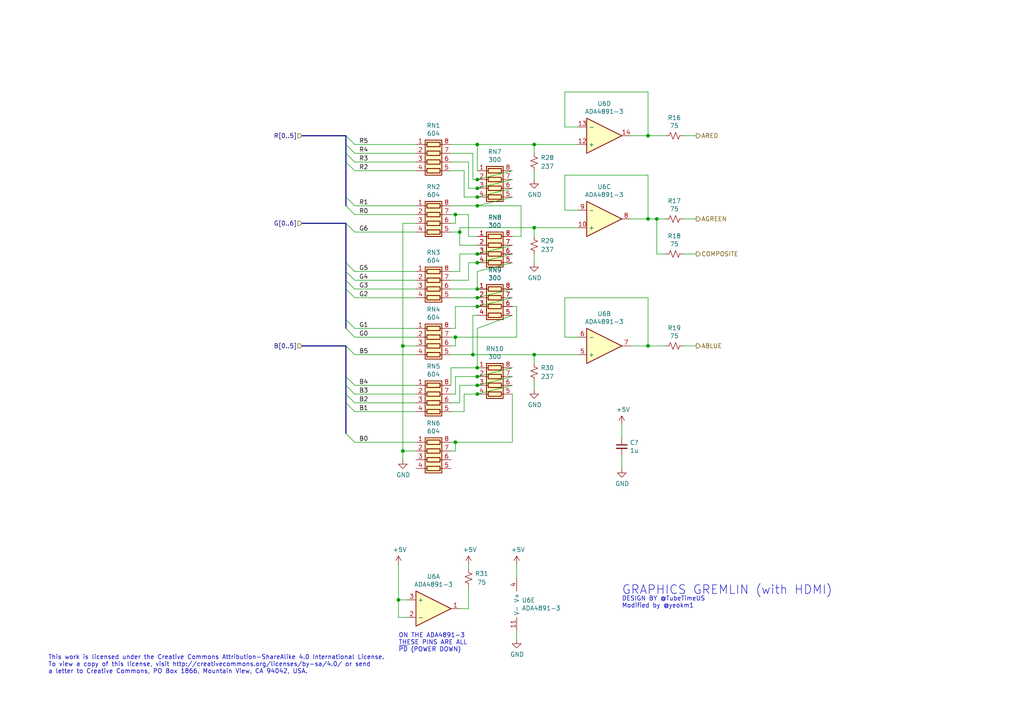
<source format=kicad_sch>
(kicad_sch (version 20230121) (generator eeschema)
  (paper "A4")
  (title_block (title "Resistor Ladder DAC and Output Buffer") (date "2023-09-17") (rev "2.2"))
  (lib_symbols
    (symbol "Device:C_Small" (pin_numbers hide) (pin_names (offset 0.254) hide)
      (property "Reference" "C" (at 0.254 1.778 0))
      (property "Value" "C_Small" (at 0.254 -2.032 0))
      (symbol "C_Small_0_1"
        (polyline (pts (xy -1.524 -0.508) (xy 1.524 -0.508)) (stroke (width 0.3302)))
        (polyline (pts (xy -1.524 0.508) (xy 1.524 0.508)) (stroke (width 0.3048)))
      )
      (symbol "C_Small_1_1"
        (pin passive line (at 0 2.54 270) (length 2.032) (name "~") (number "1"))
        (pin passive line (at 0 -2.54 90) (length 2.032) (name "~") (number "2"))
      )
    )
    (symbol "Device:R_Pack04" (pin_names (offset 0) hide)
      (property "Reference" "RN" (at -7.62 0 90))
      (property "Value" "R_Pack04" (at 5.08 0 90))
      (symbol "R_Pack04_0_1"
        (rectangle (start -6.35 -2.413) (end 3.81 2.413) (stroke (width 0.254)) (fill (type background)))
        (rectangle (start -5.715 1.905) (end -4.445 -1.905) (stroke (width 0.254)))
        (rectangle (start -3.175 1.905) (end -1.905 -1.905) (stroke (width 0.254)))
        (rectangle (start -0.635 1.905) (end 0.635 -1.905) (stroke (width 0.254)))
        (polyline (pts (xy -5.08 -2.54) (xy -5.08 -1.905)))
        (polyline (pts (xy -5.08 1.905) (xy -5.08 2.54)))
        (polyline (pts (xy -2.54 -2.54) (xy -2.54 -1.905)))
        (polyline (pts (xy -2.54 1.905) (xy -2.54 2.54)))
        (polyline (pts (xy 0 -2.54) (xy 0 -1.905)))
        (polyline (pts (xy 0 1.905) (xy 0 2.54)))
        (polyline (pts (xy 2.54 -2.54) (xy 2.54 -1.905)))
        (polyline (pts (xy 2.54 1.905) (xy 2.54 2.54)))
        (rectangle (start 1.905 1.905) (end 3.175 -1.905) (stroke (width 0.254)))
      )
      (symbol "R_Pack04_1_1"
        (pin passive line (at -5.08 -5.08 90) (length 2.54) (name "R1.1") (number "1"))
        (pin passive line (at -2.54 -5.08 90) (length 2.54) (name "R2.1") (number "2"))
        (pin passive line (at 0 -5.08 90) (length 2.54) (name "R3.1") (number "3"))
        (pin passive line (at 2.54 -5.08 90) (length 2.54) (name "R4.1") (number "4"))
        (pin passive line (at 2.54 5.08 270) (length 2.54) (name "R4.2") (number "5"))
        (pin passive line (at 0 5.08 270) (length 2.54) (name "R3.2") (number "6"))
        (pin passive line (at -2.54 5.08 270) (length 2.54) (name "R2.2") (number "7"))
        (pin passive line (at -5.08 5.08 270) (length 2.54) (name "R1.2") (number "8"))
      )
    )
    (symbol "Device:R_Small_US" (pin_numbers hide) (pin_names (offset 0.254) hide)
      (property "Reference" "R" (at 0.762 0.508 0))
      (property "Value" "R_Small_US" (at 0.762 -1.016 0))
      (symbol "R_Small_US_1_1"
        (polyline (pts (xy 0 0) (xy 1.016 -0.381) (xy 0 -0.762) (xy -1.016 -1.143) (xy 0 -1.524)))
        (polyline (pts (xy 0 1.524) (xy 1.016 1.143) (xy 0 0.762) (xy -1.016 0.381) (xy 0 0)))
        (pin passive line (at 0 2.54 270) (length 1.016) (name "~") (number "1"))
        (pin passive line (at 0 -2.54 90) (length 1.016) (name "~") (number "2"))
      )
    )
    (symbol "isavideo-rescue:Opamp_Quad_Generic-Device"
      (property "Reference" "U" (at 0 5.08 0))
      (property "Value" "Device_Opamp_Quad_Generic" (at 0 -5.08 0))
      (symbol "Opamp_Quad_Generic-Device_1_1"
        (polyline (pts (xy -5.08 5.08) (xy 5.08 0) (xy -5.08 -5.08) (xy -5.08 5.08)) (stroke (width 0.254)) (fill (type background)))
        (pin output line (at 7.62 0 180) (length 2.54) (name "~") (number "1"))
        (pin input line (at -7.62 -2.54 0) (length 2.54) (name "-") (number "2"))
        (pin input line (at -7.62 2.54 0) (length 2.54) (name "+") (number "3"))
      )
      (symbol "Opamp_Quad_Generic-Device_2_1"
        (polyline (pts (xy -5.08 5.08) (xy 5.08 0) (xy -5.08 -5.08) (xy -5.08 5.08)) (stroke (width 0.254)) (fill (type background)))
        (pin input line (at -7.62 2.54 0) (length 2.54) (name "+") (number "5"))
        (pin input line (at -7.62 -2.54 0) (length 2.54) (name "-") (number "6"))
        (pin output line (at 7.62 0 180) (length 2.54) (name "~") (number "7"))
      )
      (symbol "Opamp_Quad_Generic-Device_3_1"
        (polyline (pts (xy -5.08 5.08) (xy 5.08 0) (xy -5.08 -5.08) (xy -5.08 5.08)) (stroke (width 0.254)) (fill (type background)))
        (pin input line (at -7.62 2.54 0) (length 2.54) (name "+") (number "10"))
        (pin output line (at 7.62 0 180) (length 2.54) (name "~") (number "8"))
        (pin input line (at -7.62 -2.54 0) (length 2.54) (name "-") (number "9"))
      )
      (symbol "Opamp_Quad_Generic-Device_4_1"
        (polyline (pts (xy -5.08 5.08) (xy 5.08 0) (xy -5.08 -5.08) (xy -5.08 5.08)) (stroke (width 0.254)) (fill (type background)))
        (pin input line (at -7.62 2.54 0) (length 2.54) (name "+") (number "12"))
        (pin input line (at -7.62 -2.54 0) (length 2.54) (name "-") (number "13"))
        (pin output line (at 7.62 0 180) (length 2.54) (name "~") (number "14"))
      )
      (symbol "Opamp_Quad_Generic-Device_5_1"
        (pin power_in line (at -2.54 -7.62 90) (length 3.81) (name "V-") (number "11"))
        (pin power_in line (at -2.54 7.62 270) (length 3.81) (name "V+") (number "4"))
      )
    )
    (symbol "power:+5V" (power) (pin_names (offset 0))
      (property "Value" "+5V" (at 0 3.556 0))
      (symbol "+5V_0_1"
        (polyline (pts (xy -0.762 1.27) (xy 0 2.54)))
        (polyline (pts (xy 0 0) (xy 0 2.54)))
        (polyline (pts (xy 0 2.54) (xy 0.762 1.27)))
      )
      (symbol "+5V_1_1"
        (pin power_in line (at 0 0 90) (length 0) hide (name "+5V") (number "1"))
      )
    )
    (symbol "power:GND" (power) (pin_names (offset 0))
      (property "Value" "GND" (at 0 -3.81 0))
      (symbol "GND_0_1"
        (polyline (pts (xy 0 0) (xy 0 -1.27) (xy 1.27 -1.27) (xy 0 -2.54) (xy -1.27 -1.27) (xy 0 -1.27)))
      )
      (symbol "GND_1_1"
        (pin power_in line (at 0 0 270) (length 0) hide (name "GND") (number "1"))
      )
    )
  )
  (junction (at 116.84 130.81))
  (junction (at 187.96 63.5))
  (junction (at 138.43 114.3))
  (junction (at 138.43 86.36))
  (junction (at 138.43 109.22))
  (junction (at 138.43 73.66))
  (junction (at 138.43 76.2))
  (junction (at 138.43 111.76))
  (junction (at 190.5 63.5))
  (junction (at 137.16 102.87))
  (junction (at 138.43 59.69))
  (junction (at 187.96 39.37))
  (junction (at 154.94 41.91))
  (junction (at 132.08 97.79))
  (junction (at 154.94 66.04))
  (junction (at 138.43 52.07))
  (junction (at 138.43 88.9))
  (junction (at 154.94 102.87))
  (junction (at 187.96 100.33))
  (junction (at 138.43 106.68))
  (junction (at 133.35 67.31))
  (junction (at 138.43 57.15))
  (junction (at 132.08 62.23))
  (junction (at 132.08 128.27))
  (junction (at 138.43 54.61))
  (junction (at 116.84 100.33))
  (junction (at 138.43 83.82))
  (junction (at 138.43 41.91))
  (junction (at 115.57 173.99))
  (bus_entry (at 100.33 59.69) (size 2.54 2.54))
  (bus_entry (at 100.33 44.45) (size 2.54 2.54))
  (bus_entry (at 100.33 41.91) (size 2.54 2.54))
  (bus_entry (at 100.33 125.73) (size 2.54 2.54))
  (bus_entry (at 100.33 64.77) (size 2.54 2.54))
  (bus_entry (at 100.33 81.28) (size 2.54 2.54))
  (bus_entry (at 100.33 76.2) (size 2.54 2.54))
  (bus_entry (at 100.33 116.84) (size 2.54 2.54))
  (bus_entry (at 100.33 83.82) (size 2.54 2.54))
  (bus_entry (at 100.33 78.74) (size 2.54 2.54))
  (bus_entry (at 100.33 57.15) (size 2.54 2.54))
  (bus_entry (at 100.33 39.37) (size 2.54 2.54))
  (bus_entry (at 100.33 100.33) (size 2.54 2.54))
  (bus_entry (at 100.33 114.3) (size 2.54 2.54))
  (bus_entry (at 100.33 111.76) (size 2.54 2.54))
  (bus_entry (at 100.33 46.99) (size 2.54 2.54))
  (bus_entry (at 100.33 109.22) (size 2.54 2.54))
  (bus_entry (at 100.33 95.25) (size 2.54 2.54))
  (bus_entry (at 100.33 92.71) (size 2.54 2.54))
  (wire (pts (xy 120.65 64.77) (xy 116.84 64.77)))
  (wire (pts (xy 138.43 78.74) (xy 138.43 83.82)))
  (bus (pts (xy 100.33 116.84) (xy 100.33 125.73)))
  (wire (pts (xy 137.16 102.87) (xy 154.94 102.87)))
  (bus (pts (xy 100.33 39.37) (xy 87.63 39.37)))
  (wire (pts (xy 120.65 128.27) (xy 102.87 128.27)))
  (wire (pts (xy 130.81 62.23) (xy 132.08 62.23)))
  (bus (pts (xy 100.33 114.3) (xy 100.33 116.84)))
  (wire (pts (xy 187.96 50.8) (xy 187.96 63.5)))
  (wire (pts (xy 149.86 182.88) (xy 149.86 185.42)))
  (bus (pts (xy 100.33 76.2) (xy 100.33 78.74)))
  (wire (pts (xy 187.96 100.33) (xy 182.88 100.33)))
  (wire (pts (xy 163.83 97.79) (xy 163.83 86.36)))
  (wire (pts (xy 135.89 76.2) (xy 135.89 81.28)))
  (wire (pts (xy 120.65 97.79) (xy 102.87 97.79)))
  (bus (pts (xy 100.33 81.28) (xy 100.33 83.82)))
  (wire (pts (xy 148.59 109.22) (xy 138.43 111.76)))
  (wire (pts (xy 138.43 52.07) (xy 148.59 49.53)))
  (wire (pts (xy 154.94 66.04) (xy 167.64 66.04)))
  (wire (pts (xy 138.43 114.3) (xy 134.62 114.3)))
  (wire (pts (xy 148.59 83.82) (xy 138.43 86.36)))
  (wire (pts (xy 134.62 114.3) (xy 134.62 119.38)))
  (wire (pts (xy 138.43 106.68) (xy 130.81 106.68)))
  (wire (pts (xy 130.81 59.69) (xy 138.43 59.69)))
  (wire (pts (xy 138.43 59.69) (xy 151.13 59.69)))
  (wire (pts (xy 137.16 52.07) (xy 137.16 44.45)))
  (bus (pts (xy 100.33 83.82) (xy 100.33 92.71)))
  (wire (pts (xy 190.5 73.66) (xy 193.04 73.66)))
  (wire (pts (xy 148.59 106.68) (xy 138.43 109.22)))
  (wire (pts (xy 120.65 83.82) (xy 102.87 83.82)))
  (wire (pts (xy 167.64 97.79) (xy 163.83 97.79)))
  (wire (pts (xy 154.94 44.45) (xy 154.94 41.91)))
  (wire (pts (xy 132.08 97.79) (xy 149.86 97.79)))
  (bus (pts (xy 100.33 57.15) (xy 100.33 59.69)))
  (wire (pts (xy 148.59 128.27) (xy 132.08 128.27)))
  (wire (pts (xy 151.13 68.58) (xy 148.59 68.58)))
  (wire (pts (xy 149.86 88.9) (xy 148.59 88.9)))
  (wire (pts (xy 148.59 54.61) (xy 138.43 57.15)))
  (wire (pts (xy 132.08 114.3) (xy 132.08 109.22)))
  (wire (pts (xy 135.89 62.23) (xy 135.89 68.58)))
  (wire (pts (xy 118.11 173.99) (xy 115.57 173.99)))
  (wire (pts (xy 154.94 52.07) (xy 154.94 49.53)))
  (wire (pts (xy 130.81 102.87) (xy 137.16 102.87)))
  (wire (pts (xy 187.96 86.36) (xy 187.96 100.33)))
  (wire (pts (xy 120.65 95.25) (xy 102.87 95.25)))
  (bus (pts (xy 100.33 39.37) (xy 100.33 41.91)))
  (wire (pts (xy 180.34 123.19) (xy 180.34 127)))
  (wire (pts (xy 132.08 64.77) (xy 132.08 62.23)))
  (wire (pts (xy 133.35 78.74) (xy 133.35 73.66)))
  (wire (pts (xy 135.89 68.58) (xy 138.43 68.58)))
  (wire (pts (xy 120.65 41.91) (xy 102.87 41.91)))
  (wire (pts (xy 116.84 130.81) (xy 116.84 133.35)))
  (wire (pts (xy 130.81 41.91) (xy 138.43 41.91)))
  (wire (pts (xy 187.96 39.37) (xy 182.88 39.37)))
  (wire (pts (xy 148.59 76.2) (xy 138.43 78.74)))
  (wire (pts (xy 163.83 50.8) (xy 187.96 50.8)))
  (wire (pts (xy 134.62 49.53) (xy 130.81 49.53)))
  (wire (pts (xy 133.35 66.04) (xy 154.94 66.04)))
  (bus (pts (xy 100.33 64.77) (xy 100.33 76.2)))
  (wire (pts (xy 148.59 57.15) (xy 138.43 59.69)))
  (wire (pts (xy 120.65 116.84) (xy 102.87 116.84)))
  (wire (pts (xy 149.86 97.79) (xy 149.86 88.9)))
  (wire (pts (xy 163.83 86.36) (xy 187.96 86.36)))
  (wire (pts (xy 135.89 170.18) (xy 135.89 176.53)))
  (wire (pts (xy 148.59 71.12) (xy 138.43 73.66)))
  (wire (pts (xy 133.35 116.84) (xy 130.81 116.84)))
  (wire (pts (xy 132.08 128.27) (xy 132.08 130.81)))
  (wire (pts (xy 138.43 111.76) (xy 133.35 111.76)))
  (wire (pts (xy 154.94 76.2) (xy 154.94 73.66)))
  (wire (pts (xy 135.89 54.61) (xy 138.43 54.61)))
  (wire (pts (xy 193.04 63.5) (xy 190.5 63.5)))
  (wire (pts (xy 151.13 59.69) (xy 151.13 68.58)))
  (wire (pts (xy 130.81 64.77) (xy 132.08 64.77)))
  (wire (pts (xy 198.12 73.66) (xy 201.93 73.66)))
  (wire (pts (xy 167.64 60.96) (xy 163.83 60.96)))
  (wire (pts (xy 102.87 114.3) (xy 120.65 114.3)))
  (wire (pts (xy 167.64 36.83) (xy 163.83 36.83)))
  (wire (pts (xy 135.89 81.28) (xy 130.81 81.28)))
  (wire (pts (xy 130.81 106.68) (xy 130.81 111.76)))
  (wire (pts (xy 132.08 109.22) (xy 138.43 109.22)))
  (wire (pts (xy 163.83 60.96) (xy 163.83 50.8)))
  (wire (pts (xy 154.94 105.41) (xy 154.94 102.87)))
  (wire (pts (xy 138.43 52.07) (xy 137.16 52.07)))
  (wire (pts (xy 130.81 86.36) (xy 138.43 86.36)))
  (wire (pts (xy 133.35 67.31) (xy 133.35 66.04)))
  (wire (pts (xy 134.62 57.15) (xy 134.62 49.53)))
  (bus (pts (xy 100.33 111.76) (xy 100.33 114.3)))
  (wire (pts (xy 201.93 100.33) (xy 198.12 100.33)))
  (wire (pts (xy 154.94 102.87) (xy 167.64 102.87)))
  (wire (pts (xy 134.62 57.15) (xy 138.43 57.15)))
  (wire (pts (xy 135.89 165.1) (xy 135.89 163.83)))
  (wire (pts (xy 148.59 86.36) (xy 138.43 88.9)))
  (wire (pts (xy 120.65 102.87) (xy 102.87 102.87)))
  (wire (pts (xy 130.81 83.82) (xy 138.43 83.82)))
  (wire (pts (xy 102.87 49.53) (xy 120.65 49.53)))
  (wire (pts (xy 102.87 86.36) (xy 120.65 86.36)))
  (bus (pts (xy 100.33 64.77) (xy 87.63 64.77)))
  (wire (pts (xy 120.65 78.74) (xy 102.87 78.74)))
  (wire (pts (xy 135.89 46.99) (xy 130.81 46.99)))
  (wire (pts (xy 135.89 176.53) (xy 133.35 176.53)))
  (wire (pts (xy 149.86 163.83) (xy 149.86 167.64)))
  (wire (pts (xy 138.43 41.91) (xy 154.94 41.91)))
  (wire (pts (xy 133.35 73.66) (xy 138.43 73.66)))
  (wire (pts (xy 115.57 173.99) (xy 115.57 163.83)))
  (wire (pts (xy 130.81 78.74) (xy 133.35 78.74)))
  (wire (pts (xy 130.81 67.31) (xy 133.35 67.31)))
  (wire (pts (xy 133.35 111.76) (xy 133.35 116.84)))
  (wire (pts (xy 132.08 62.23) (xy 135.89 62.23)))
  (wire (pts (xy 116.84 64.77) (xy 116.84 100.33)))
  (wire (pts (xy 187.96 63.5) (xy 182.88 63.5)))
  (bus (pts (xy 100.33 44.45) (xy 100.33 46.99)))
  (wire (pts (xy 138.43 76.2) (xy 135.89 76.2)))
  (wire (pts (xy 133.35 71.12) (xy 138.43 71.12)))
  (wire (pts (xy 120.65 100.33) (xy 116.84 100.33)))
  (wire (pts (xy 187.96 26.67) (xy 187.96 39.37)))
  (bus (pts (xy 100.33 100.33) (xy 100.33 109.22)))
  (bus (pts (xy 100.33 46.99) (xy 100.33 57.15)))
  (wire (pts (xy 137.16 102.87) (xy 137.16 91.44)))
  (wire (pts (xy 132.08 130.81) (xy 130.81 130.81)))
  (wire (pts (xy 134.62 119.38) (xy 130.81 119.38)))
  (wire (pts (xy 148.59 111.76) (xy 138.43 114.3)))
  (wire (pts (xy 201.93 39.37) (xy 198.12 39.37)))
  (wire (pts (xy 120.65 59.69) (xy 102.87 59.69)))
  (bus (pts (xy 100.33 92.71) (xy 100.33 95.25)))
  (wire (pts (xy 198.12 63.5) (xy 201.93 63.5)))
  (wire (pts (xy 138.43 54.61) (xy 148.59 52.07)))
  (wire (pts (xy 148.59 91.44) (xy 138.43 95.25)))
  (wire (pts (xy 138.43 88.9) (xy 132.08 88.9)))
  (wire (pts (xy 120.65 46.99) (xy 102.87 46.99)))
  (wire (pts (xy 102.87 44.45) (xy 120.65 44.45)))
  (wire (pts (xy 135.89 46.99) (xy 135.89 54.61)))
  (wire (pts (xy 130.81 44.45) (xy 137.16 44.45)))
  (wire (pts (xy 120.65 111.76) (xy 102.87 111.76)))
  (wire (pts (xy 132.08 128.27) (xy 130.81 128.27)))
  (wire (pts (xy 132.08 97.79) (xy 132.08 100.33)))
  (wire (pts (xy 130.81 95.25) (xy 132.08 95.25)))
  (bus (pts (xy 100.33 41.91) (xy 100.33 44.45)))
  (wire (pts (xy 148.59 73.66) (xy 138.43 76.2)))
  (wire (pts (xy 193.04 39.37) (xy 187.96 39.37)))
  (wire (pts (xy 118.11 179.07) (xy 115.57 179.07)))
  (bus (pts (xy 100.33 100.33) (xy 87.63 100.33)))
  (wire (pts (xy 102.87 81.28) (xy 120.65 81.28)))
  (wire (pts (xy 138.43 41.91) (xy 138.43 49.53)))
  (bus (pts (xy 100.33 109.22) (xy 100.33 111.76)))
  (wire (pts (xy 148.59 114.3) (xy 148.59 128.27)))
  (wire (pts (xy 137.16 91.44) (xy 138.43 91.44)))
  (wire (pts (xy 133.35 67.31) (xy 133.35 71.12)))
  (bus (pts (xy 100.33 78.74) (xy 100.33 81.28)))
  (wire (pts (xy 154.94 113.03) (xy 154.94 110.49)))
  (wire (pts (xy 193.04 100.33) (xy 187.96 100.33)))
  (wire (pts (xy 132.08 88.9) (xy 132.08 95.25)))
  (wire (pts (xy 115.57 173.99) (xy 115.57 179.07)))
  (wire (pts (xy 154.94 41.91) (xy 167.64 41.91)))
  (wire (pts (xy 154.94 68.58) (xy 154.94 66.04)))
  (wire (pts (xy 102.87 119.38) (xy 120.65 119.38)))
  (wire (pts (xy 130.81 97.79) (xy 132.08 97.79)))
  (wire (pts (xy 132.08 100.33) (xy 130.81 100.33)))
  (wire (pts (xy 120.65 67.31) (xy 102.87 67.31)))
  (wire (pts (xy 163.83 36.83) (xy 163.83 26.67)))
  (wire (pts (xy 190.5 63.5) (xy 190.5 73.66)))
  (wire (pts (xy 180.34 132.08) (xy 180.34 135.89)))
  (wire (pts (xy 138.43 95.25) (xy 138.43 106.68)))
  (wire (pts (xy 130.81 114.3) (xy 132.08 114.3)))
  (wire (pts (xy 116.84 100.33) (xy 116.84 130.81)))
  (wire (pts (xy 120.65 130.81) (xy 116.84 130.81)))
  (wire (pts (xy 102.87 62.23) (xy 120.65 62.23)))
  (wire (pts (xy 163.83 26.67) (xy 187.96 26.67)))
  (wire (pts (xy 190.5 63.5) (xy 187.96 63.5)))
  (text "GRAPHICS GREMLIN (with HDMI)" (at 180.34 172.72 0) (effects (font (size 2.54 2.54)) (justify left bottom)))
  (text "DESIGN BY @TubeTimeUS\nModified by @yeokm1" (at 180.34 176.53 0) (effects (font (size 1.27 1.27)) (justify left bottom)))
  (text "ON THE ADA4891-3\nTHESE PINS ARE ALL\n~{PD} (POWER DOWN)" (at 115.57 189.23 0) (effects (font (size 1.27 1.27)) (justify left bottom)))
  (text "This work is licensed under the Creative Commons Attribution-ShareAlike 4.0 International License. \nTo view a copy of this license, visit http://creativecommons.org/licenses/by-sa/4.0/ or send\na letter to Creative Commons, PO Box 1866, Mountain View, CA 94042, USA." (at 13.97 195.58 0) (effects (font (size 1.27 1.27)) (justify left bottom)))
  (label "G4" (at 104.14 81.28 0))
  (label "G5" (at 104.14 78.74 0))
  (label "R3" (at 104.14 46.99 0))
  (label "R1" (at 104.14 59.69 0))
  (label "R4" (at 104.14 44.45 0))
  (label "B2" (at 104.14 116.84 0))
  (label "B0" (at 104.14 128.27 0))
  (label "G0" (at 104.14 97.79 0))
  (label "G6" (at 104.14 67.31 0))
  (label "B1" (at 104.14 119.38 0))
  (label "G1" (at 104.14 95.25 0))
  (label "B3" (at 104.14 114.3 0))
  (label "B5" (at 104.14 102.87 0))
  (label "G3" (at 104.14 83.82 0))
  (label "R2" (at 104.14 49.53 0))
  (label "B4" (at 104.14 111.76 0))
  (label "G2" (at 104.14 86.36 0))
  (label "R5" (at 104.14 41.91 0))
  (label "R0" (at 104.14 62.23 0))
  (hierarchical_label "ARED" (shape output) (at 201.93 39.37 0))
  (hierarchical_label "ABLUE" (shape output) (at 201.93 100.33 0))
  (hierarchical_label "COMPOSITE" (shape output) (at 201.93 73.66 0))
  (hierarchical_label "R[0..5]" (shape input) (at 87.63 39.37 180))
  (hierarchical_label "G[0..6]" (shape input) (at 87.63 64.77 180))
  (hierarchical_label "AGREEN" (shape output) (at 201.93 63.5 0))
  (hierarchical_label "B[0..5]" (shape input) (at 87.63 100.33 180))
  (symbol (lib_id "isavideo-rescue:Opamp_Quad_Generic-Device") (at 125.73 176.53 0) (unit 1)
    (property "Reference" "U6" (at 125.73 167.2082 0))
    (property "Value" "ADA4891-3" (at 125.73 169.5196 0))
    (property "Footprint" "Active:SOP127P620X175-14" (effects hide))
    (property "Mouser" "584-ADA4891-3ARZ" (effects hide))
    (instances (project "isavideo" (path "" (reference "U6") (unit 1)) (path "" (reference "U?") (unit 1))))
  )
  (symbol (lib_id "isavideo-rescue:Opamp_Quad_Generic-Device") (at 175.26 100.33 0) (mirror x) (unit 2)
    (property "Reference" "U6" (at 175.26 91.0082 0))
    (property "Value" "ADA4891-3" (at 175.26 93.3196 0))
    (property "Footprint" "Active:SOP127P620X175-14" (effects hide))
    (property "Mouser" "584-ADA4891-3ARZ" (effects hide))
    (instances (project "isavideo" (path "" (reference "U6") (unit 2)) (path "" (reference "U?") (unit 2))))
  )
  (symbol (lib_id "isavideo-rescue:Opamp_Quad_Generic-Device") (at 175.26 63.5 0) (mirror x) (unit 3)
    (property "Reference" "U6" (at 175.26 54.1782 0))
    (property "Value" "ADA4891-3" (at 175.26 56.4896 0))
    (property "Footprint" "Active:SOP127P620X175-14" (effects hide))
    (property "Mouser" "584-ADA4891-3ARZ" (effects hide))
    (instances (project "isavideo" (path "" (reference "U6") (unit 3)) (path "" (reference "U?") (unit 3))))
  )
  (symbol (lib_id "isavideo-rescue:Opamp_Quad_Generic-Device") (at 175.26 39.37 0) (mirror x) (unit 4)
    (property "Reference" "U6" (at 175.26 30.0482 0))
    (property "Value" "ADA4891-3" (at 175.26 32.3596 0))
    (property "Footprint" "Active:SOP127P620X175-14" (effects hide))
    (property "Mouser" "584-ADA4891-3ARZ" (effects hide))
    (instances (project "isavideo" (path "" (reference "U6") (unit 4)) (path "" (reference "U?") (unit 4))))
  )
  (symbol (lib_id "isavideo-rescue:Opamp_Quad_Generic-Device") (at 152.4 175.26 0) (unit 5)
    (property "Reference" "U6" (at 151.3332 174.0916 0) (effects (justify left)))
    (property "Value" "ADA4891-3" (at 151.3332 176.403 0) (effects (justify left)))
    (property "Footprint" "Active:SOP127P620X175-14" (effects hide))
    (property "Mouser" "584-ADA4891-3ARZ" (effects hide))
    (instances (project "isavideo" (path "" (reference "U6") (unit 5)) (path "" (reference "U?") (unit 5))))
  )
  (symbol (lib_id "Device:R_Pack04") (at 125.73 46.99 270) (unit 1)
    (property "Reference" "RN1" (at 125.73 36.3982 90))
    (property "Value" "604" (at 125.73 38.7096 90))
    (property "Footprint" "Passive:RESCAV80P320X160X70-8" (effects hide))
    (property "Mouser" "652-CAY16-6040F4LF" (effects hide))
    (instances (project "isavideo" (path "" (reference "RN1") (unit 1)) (path "" (reference "RN?") (unit 1))))
  )
  (symbol (lib_id "power:GND") (at 149.86 185.42 0) (unit 1)
    (property "Reference" "#PWR041" (effects hide))
    (property "Value" "GND" (at 149.987 189.8142 0))
  )
  (symbol (lib_id "power:+5V") (at 149.86 163.83 0) (unit 1)
    (property "Reference" "#PWR040" (effects hide))
    (property "Value" "+5V" (at 150.241 159.4358 0))
  )
  (symbol (lib_id "Device:R_Pack04") (at 125.73 64.77 270) (unit 1)
    (property "Reference" "RN2" (at 125.73 54.1782 90))
    (property "Value" "604" (at 125.73 56.4896 90))
    (property "Footprint" "Passive:RESCAV80P320X160X70-8" (effects hide))
    (property "Mouser" "652-CAY16-6040F4LF" (effects hide))
    (instances (project "isavideo" (path "" (reference "RN2") (unit 1)) (path "" (reference "RN?") (unit 1))))
  )
  (symbol (lib_id "Device:R_Pack04") (at 143.51 54.61 270) (unit 1)
    (property "Reference" "RN7" (at 143.51 44.0182 90))
    (property "Value" "300" (at 143.51 46.3296 90))
    (property "Footprint" "Passive:RESCAV80P320X160X70-8" (effects hide))
    (property "Mouser" "652-CAY16-3000F4LF" (effects hide))
    (instances (project "isavideo" (path "" (reference "RN7") (unit 1)) (path "" (reference "RN?") (unit 1))))
  )
  (symbol (lib_id "Device:R_Pack04") (at 143.51 73.66 270) (unit 1)
    (property "Reference" "RN8" (at 143.51 63.0682 90))
    (property "Value" "300" (at 143.51 65.3796 90))
    (property "Footprint" "Passive:RESCAV80P320X160X70-8" (effects hide))
    (property "Mouser" "652-CAY16-3000F4LF" (effects hide))
    (instances (project "isavideo" (path "" (reference "RN8") (unit 1)) (path "" (reference "RN?") (unit 1))))
  )
  (symbol (lib_id "power:GND") (at 116.84 133.35 0) (unit 1)
    (property "Reference" "#PWR038" (effects hide))
    (property "Value" "GND" (at 116.967 137.7442 0))
  )
  (symbol (lib_id "Device:R_Pack04") (at 143.51 88.9 270) (unit 1)
    (property "Reference" "RN9" (at 143.51 78.3082 90))
    (property "Value" "300" (at 143.51 80.6196 90))
    (property "Footprint" "Passive:RESCAV80P320X160X70-8" (effects hide))
    (property "Mouser" "652-CAY16-3000F4LF" (effects hide))
    (instances (project "isavideo" (path "" (reference "RN9") (unit 1)) (path "" (reference "RN?") (unit 1))))
  )
  (symbol (lib_id "Device:R_Pack04") (at 125.73 83.82 270) (unit 1)
    (property "Reference" "RN3" (at 125.73 73.2282 90))
    (property "Value" "604" (at 125.73 75.5396 90))
    (property "Footprint" "Passive:RESCAV80P320X160X70-8" (effects hide))
    (property "Mouser" "652-CAY16-6040F4LF" (effects hide))
    (instances (project "isavideo" (path "" (reference "RN3") (unit 1)) (path "" (reference "RN?") (unit 1))))
  )
  (symbol (lib_id "Device:R_Pack04") (at 125.73 100.33 270) (unit 1)
    (property "Reference" "RN4" (at 125.73 89.7382 90))
    (property "Value" "604" (at 125.73 92.0496 90))
    (property "Footprint" "Passive:RESCAV80P320X160X70-8" (effects hide))
    (property "Mouser" "652-CAY16-6040F4LF" (effects hide))
    (instances (project "isavideo" (path "" (reference "RN4") (unit 1)) (path "" (reference "RN?") (unit 1))))
  )
  (symbol (lib_id "Device:R_Pack04") (at 143.51 111.76 270) (unit 1)
    (property "Reference" "RN10" (at 143.51 101.1682 90))
    (property "Value" "300" (at 143.51 103.4796 90))
    (property "Footprint" "Passive:RESCAV80P320X160X70-8" (effects hide))
    (property "Mouser" "652-CAY16-3000F4LF" (effects hide))
    (instances (project "isavideo" (path "" (reference "RN10") (unit 1)) (path "" (reference "RN?") (unit 1))))
  )
  (symbol (lib_id "Device:R_Pack04") (at 125.73 116.84 270) (unit 1)
    (property "Reference" "RN5" (at 125.73 106.2482 90))
    (property "Value" "604" (at 125.73 108.5596 90))
    (property "Footprint" "Passive:RESCAV80P320X160X70-8" (effects hide))
    (property "Mouser" "652-CAY16-6040F4LF" (effects hide))
    (instances (project "isavideo" (path "" (reference "RN5") (unit 1)) (path "" (reference "RN?") (unit 1))))
  )
  (symbol (lib_id "Device:R_Pack04") (at 125.73 133.35 270) (unit 1)
    (property "Reference" "RN6" (at 125.73 122.7582 90))
    (property "Value" "604" (at 125.73 125.0696 90))
    (property "Footprint" "Passive:RESCAV80P320X160X70-8" (effects hide))
    (property "Mouser" "652-CAY16-6040F4LF" (effects hide))
    (instances (project "isavideo" (path "" (reference "RN6") (unit 1)) (path "" (reference "RN?") (unit 1))))
  )
  (symbol (lib_id "Device:R_Small_US") (at 195.58 39.37 270) (unit 1)
    (property "Reference" "R16" (at 195.58 34.163 90))
    (property "Value" "75" (at 195.58 36.4744 90))
    (property "Footprint" "Passive:RESC1608X55" (effects hide))
    (property "Mouser" "603-RC0603FR-0775RL" (effects hide))
  )
  (symbol (lib_id "Device:R_Small_US") (at 195.58 63.5 270) (unit 1)
    (property "Reference" "R17" (at 195.58 58.293 90))
    (property "Value" "75" (at 195.58 60.6044 90))
    (property "Footprint" "Passive:RESC1608X55" (effects hide))
    (property "Mouser" "603-RC0603FR-0775RL" (effects hide))
  )
  (symbol (lib_id "Device:R_Small_US") (at 195.58 100.33 270) (unit 1)
    (property "Reference" "R19" (at 195.58 95.123 90))
    (property "Value" "75" (at 195.58 97.4344 90))
    (property "Footprint" "Passive:RESC1608X55" (effects hide))
    (property "Mouser" "603-RC0603FR-0775RL" (effects hide))
  )
  (symbol (lib_id "Device:R_Small_US") (at 195.58 73.66 270) (unit 1)
    (property "Reference" "R18" (at 195.58 68.453 90))
    (property "Value" "75" (at 195.58 70.7644 90))
    (property "Footprint" "Passive:RESC1608X55" (effects hide))
    (property "Mouser" "603-RC0603FR-0775RL" (effects hide))
  )
  (symbol (lib_id "Device:R_Small_US") (at 154.94 46.99 180) (unit 1)
    (property "Reference" "R28" (at 158.75 45.72 0))
    (property "Value" "237" (at 158.75 48.26 0))
    (property "Footprint" "Passive:RESC1608X55" (effects hide))
    (property "Mouser" "603-RC0603FR-07237RL" (effects hide))
  )
  (symbol (lib_id "power:GND") (at 154.94 52.07 0) (unit 1)
    (property "Reference" "#PWR080" (effects hide))
    (property "Value" "GND" (at 155.067 56.4642 0))
  )
  (symbol (lib_id "Device:R_Small_US") (at 154.94 71.12 180) (unit 1)
    (property "Reference" "R29" (at 158.75 69.85 0))
    (property "Value" "237" (at 158.75 72.39 0))
    (property "Footprint" "Passive:RESC1608X55" (effects hide))
    (property "Mouser" "603-RC0603FR-07237RL" (effects hide))
  )
  (symbol (lib_id "power:GND") (at 154.94 76.2 0) (unit 1)
    (property "Reference" "#PWR081" (effects hide))
    (property "Value" "GND" (at 155.067 80.5942 0))
  )
  (symbol (lib_id "Device:R_Small_US") (at 154.94 107.95 180) (unit 1)
    (property "Reference" "R30" (at 158.75 106.68 0))
    (property "Value" "237" (at 158.75 109.22 0))
    (property "Footprint" "Passive:RESC1608X55" (effects hide))
    (property "Mouser" "603-RC0603FR-07237RL" (effects hide))
  )
  (symbol (lib_id "power:GND") (at 154.94 113.03 0) (unit 1)
    (property "Reference" "#PWR082" (effects hide))
    (property "Value" "GND" (at 155.067 117.4242 0))
  )
  (symbol (lib_id "Device:C_Small") (at 180.34 129.54 0) (unit 1)
    (property "Reference" "C?" (at 182.6768 128.3716 0) (effects (justify left)))
    (property "Value" "1u" (at 182.6768 130.683 0) (effects (justify left)))
    (property "Footprint" "Capacitor_SMD:C_0603_1608Metric" (effects hide))
    (property "Mouser" "810-CGA3E1X7R1C105AC" (effects hide))
    (instances (project "isavideo" (path "" (reference "C?") (unit 1)) (path "" (reference "C?") (unit 1)) (path "" (reference "C27") (unit 1))))
  )
  (symbol (lib_id "power:GND") (at 180.34 135.89 0) (unit 1)
    (property "Reference" "#PWR?" (effects hide))
    (property "Value" "GND" (at 180.467 140.2842 0))
    (instances (project "isavideo" (path "" (reference "#PWR?") (unit 1)) (path "" (reference "#PWR?") (unit 1)) (path "" (reference "#PWR073") (unit 1))))
  )
  (symbol (lib_id "power:+5V") (at 180.34 123.19 0) (unit 1)
    (property "Reference" "#PWR072" (effects hide))
    (property "Value" "+5V" (at 180.721 118.7958 0))
  )
  (symbol (lib_id "power:+5V") (at 115.57 163.83 0) (unit 1)
    (property "Reference" "#PWR039" (effects hide))
    (property "Value" "+5V" (at 115.951 159.4358 0))
  )
  (symbol (lib_id "Device:R_Small_US") (at 135.89 167.64 180) (unit 1)
    (property "Reference" "R31" (at 139.7 166.37 0))
    (property "Value" "75" (at 139.7 168.91 0))
    (property "Footprint" "Passive:RESC1608X55" (effects hide))
    (property "Mouser" "603-RC0603FR-0775RL" (effects hide))
  )
  (symbol (lib_id "power:+5V") (at 135.89 163.83 0) (unit 1)
    (property "Reference" "#PWR089" (effects hide))
    (property "Value" "+5V" (at 136.271 159.4358 0))
  )
)
</source>
